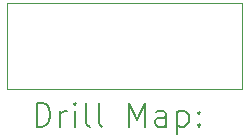
<source format=gbr>
%TF.GenerationSoftware,KiCad,Pcbnew,9.0.0*%
%TF.CreationDate,2025-03-27T12:32:35-07:00*%
%TF.ProjectId,SNES2VGA_Sub_board,534e4553-3256-4474-915f-5375625f626f,1*%
%TF.SameCoordinates,Original*%
%TF.FileFunction,Drillmap*%
%TF.FilePolarity,Positive*%
%FSLAX45Y45*%
G04 Gerber Fmt 4.5, Leading zero omitted, Abs format (unit mm)*
G04 Created by KiCad (PCBNEW 9.0.0) date 2025-03-27 12:32:35*
%MOMM*%
%LPD*%
G01*
G04 APERTURE LIST*
%ADD10C,0.100000*%
%ADD11C,0.200000*%
G04 APERTURE END LIST*
D10*
X12546134Y-11905888D02*
X12546134Y-11177888D01*
X14536134Y-11177888D02*
X14536134Y-11905888D01*
X14536134Y-11905888D02*
X12546134Y-11905888D01*
X12546134Y-11177888D02*
X14536134Y-11177888D01*
D11*
X12801911Y-12222372D02*
X12801911Y-12022372D01*
X12801911Y-12022372D02*
X12849530Y-12022372D01*
X12849530Y-12022372D02*
X12878101Y-12031896D01*
X12878101Y-12031896D02*
X12897149Y-12050943D01*
X12897149Y-12050943D02*
X12906673Y-12069991D01*
X12906673Y-12069991D02*
X12916196Y-12108086D01*
X12916196Y-12108086D02*
X12916196Y-12136657D01*
X12916196Y-12136657D02*
X12906673Y-12174753D01*
X12906673Y-12174753D02*
X12897149Y-12193800D01*
X12897149Y-12193800D02*
X12878101Y-12212848D01*
X12878101Y-12212848D02*
X12849530Y-12222372D01*
X12849530Y-12222372D02*
X12801911Y-12222372D01*
X13001911Y-12222372D02*
X13001911Y-12089038D01*
X13001911Y-12127134D02*
X13011435Y-12108086D01*
X13011435Y-12108086D02*
X13020958Y-12098562D01*
X13020958Y-12098562D02*
X13040006Y-12089038D01*
X13040006Y-12089038D02*
X13059054Y-12089038D01*
X13125720Y-12222372D02*
X13125720Y-12089038D01*
X13125720Y-12022372D02*
X13116196Y-12031896D01*
X13116196Y-12031896D02*
X13125720Y-12041419D01*
X13125720Y-12041419D02*
X13135244Y-12031896D01*
X13135244Y-12031896D02*
X13125720Y-12022372D01*
X13125720Y-12022372D02*
X13125720Y-12041419D01*
X13249530Y-12222372D02*
X13230482Y-12212848D01*
X13230482Y-12212848D02*
X13220958Y-12193800D01*
X13220958Y-12193800D02*
X13220958Y-12022372D01*
X13354292Y-12222372D02*
X13335244Y-12212848D01*
X13335244Y-12212848D02*
X13325720Y-12193800D01*
X13325720Y-12193800D02*
X13325720Y-12022372D01*
X13582863Y-12222372D02*
X13582863Y-12022372D01*
X13582863Y-12022372D02*
X13649530Y-12165229D01*
X13649530Y-12165229D02*
X13716196Y-12022372D01*
X13716196Y-12022372D02*
X13716196Y-12222372D01*
X13897149Y-12222372D02*
X13897149Y-12117610D01*
X13897149Y-12117610D02*
X13887625Y-12098562D01*
X13887625Y-12098562D02*
X13868577Y-12089038D01*
X13868577Y-12089038D02*
X13830482Y-12089038D01*
X13830482Y-12089038D02*
X13811435Y-12098562D01*
X13897149Y-12212848D02*
X13878101Y-12222372D01*
X13878101Y-12222372D02*
X13830482Y-12222372D01*
X13830482Y-12222372D02*
X13811435Y-12212848D01*
X13811435Y-12212848D02*
X13801911Y-12193800D01*
X13801911Y-12193800D02*
X13801911Y-12174753D01*
X13801911Y-12174753D02*
X13811435Y-12155705D01*
X13811435Y-12155705D02*
X13830482Y-12146181D01*
X13830482Y-12146181D02*
X13878101Y-12146181D01*
X13878101Y-12146181D02*
X13897149Y-12136657D01*
X13992387Y-12089038D02*
X13992387Y-12289038D01*
X13992387Y-12098562D02*
X14011435Y-12089038D01*
X14011435Y-12089038D02*
X14049530Y-12089038D01*
X14049530Y-12089038D02*
X14068577Y-12098562D01*
X14068577Y-12098562D02*
X14078101Y-12108086D01*
X14078101Y-12108086D02*
X14087625Y-12127134D01*
X14087625Y-12127134D02*
X14087625Y-12184276D01*
X14087625Y-12184276D02*
X14078101Y-12203324D01*
X14078101Y-12203324D02*
X14068577Y-12212848D01*
X14068577Y-12212848D02*
X14049530Y-12222372D01*
X14049530Y-12222372D02*
X14011435Y-12222372D01*
X14011435Y-12222372D02*
X13992387Y-12212848D01*
X14173339Y-12203324D02*
X14182863Y-12212848D01*
X14182863Y-12212848D02*
X14173339Y-12222372D01*
X14173339Y-12222372D02*
X14163816Y-12212848D01*
X14163816Y-12212848D02*
X14173339Y-12203324D01*
X14173339Y-12203324D02*
X14173339Y-12222372D01*
X14173339Y-12098562D02*
X14182863Y-12108086D01*
X14182863Y-12108086D02*
X14173339Y-12117610D01*
X14173339Y-12117610D02*
X14163816Y-12108086D01*
X14163816Y-12108086D02*
X14173339Y-12098562D01*
X14173339Y-12098562D02*
X14173339Y-12117610D01*
M02*

</source>
